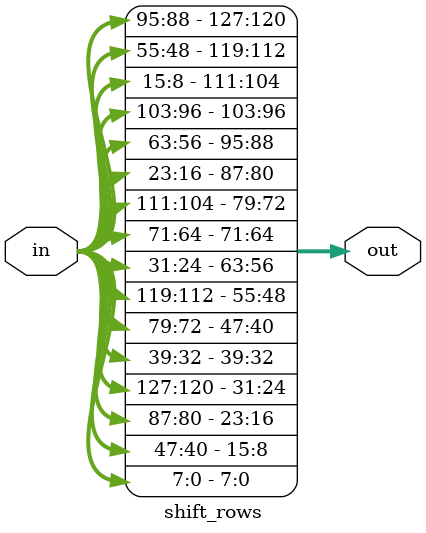
<source format=sv>
module shift_rows(
	input reg [127:0] in,
	output reg [127:0] out
);

always_comb begin : shifting
	out[31:0]={in[127:120],in[87:80],in[47:40],in[7:0]};
	out[63:32]={in[31:24],in[119:112],in[79:72],in[39:32]};
	out[95:64]={in[63:56],in[23:16],in[111:104],in[71:64]};
	out[127:96]={in[95:88],in[55:48],in[15:8],in[103:96]};
end

endmodule
</source>
